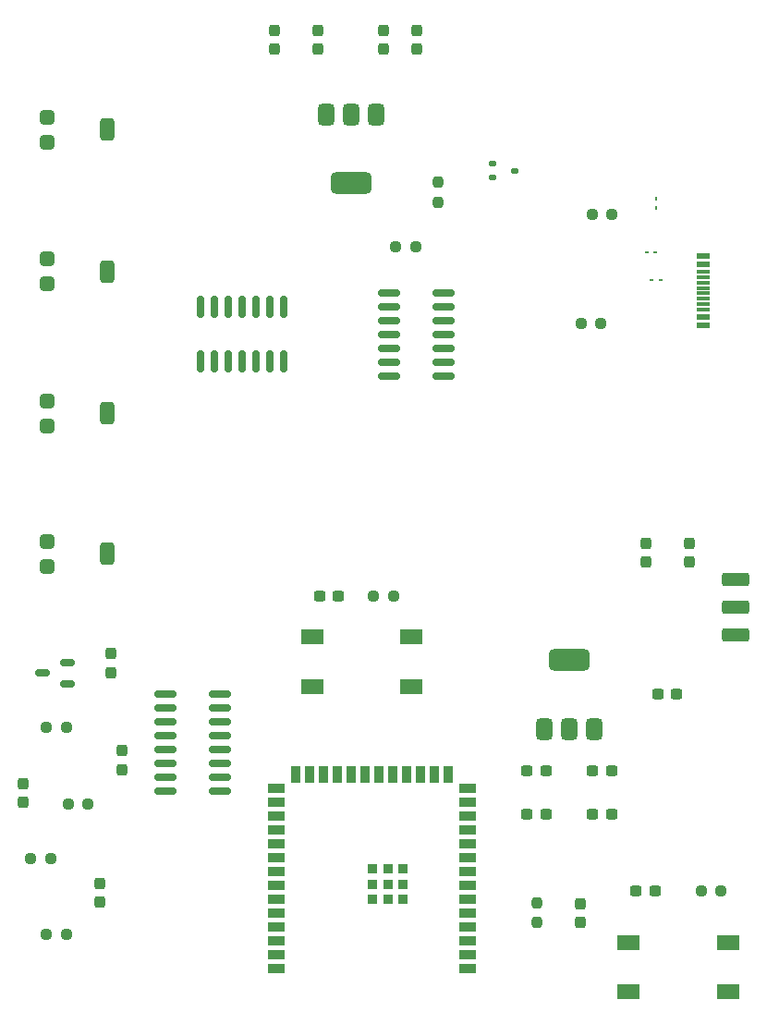
<source format=gbr>
%TF.GenerationSoftware,KiCad,Pcbnew,8.0.6*%
%TF.CreationDate,2024-11-14T02:25:25-08:00*%
%TF.ProjectId,project1,70726f6a-6563-4743-912e-6b696361645f,REV1*%
%TF.SameCoordinates,Original*%
%TF.FileFunction,Paste,Top*%
%TF.FilePolarity,Positive*%
%FSLAX46Y46*%
G04 Gerber Fmt 4.6, Leading zero omitted, Abs format (unit mm)*
G04 Created by KiCad (PCBNEW 8.0.6) date 2024-11-14 02:25:25*
%MOMM*%
%LPD*%
G01*
G04 APERTURE LIST*
G04 Aperture macros list*
%AMRoundRect*
0 Rectangle with rounded corners*
0 $1 Rounding radius*
0 $2 $3 $4 $5 $6 $7 $8 $9 X,Y pos of 4 corners*
0 Add a 4 corners polygon primitive as box body*
4,1,4,$2,$3,$4,$5,$6,$7,$8,$9,$2,$3,0*
0 Add four circle primitives for the rounded corners*
1,1,$1+$1,$2,$3*
1,1,$1+$1,$4,$5*
1,1,$1+$1,$6,$7*
1,1,$1+$1,$8,$9*
0 Add four rect primitives between the rounded corners*
20,1,$1+$1,$2,$3,$4,$5,0*
20,1,$1+$1,$4,$5,$6,$7,0*
20,1,$1+$1,$6,$7,$8,$9,0*
20,1,$1+$1,$8,$9,$2,$3,0*%
G04 Aperture macros list end*
%ADD10RoundRect,0.375000X0.375000X-0.625000X0.375000X0.625000X-0.375000X0.625000X-0.375000X-0.625000X0*%
%ADD11RoundRect,0.500000X1.400000X-0.500000X1.400000X0.500000X-1.400000X0.500000X-1.400000X-0.500000X0*%
%ADD12RoundRect,0.375000X-0.375000X0.625000X-0.375000X-0.625000X0.375000X-0.625000X0.375000X0.625000X0*%
%ADD13RoundRect,0.500000X-1.400000X0.500000X-1.400000X-0.500000X1.400000X-0.500000X1.400000X0.500000X0*%
%ADD14RoundRect,0.150000X-0.825000X-0.150000X0.825000X-0.150000X0.825000X0.150000X-0.825000X0.150000X0*%
%ADD15RoundRect,0.237500X0.237500X-0.250000X0.237500X0.250000X-0.237500X0.250000X-0.237500X-0.250000X0*%
%ADD16RoundRect,0.237500X-0.250000X-0.237500X0.250000X-0.237500X0.250000X0.237500X-0.250000X0.237500X0*%
%ADD17RoundRect,0.237500X0.250000X0.237500X-0.250000X0.237500X-0.250000X-0.237500X0.250000X-0.237500X0*%
%ADD18RoundRect,0.237500X0.300000X0.237500X-0.300000X0.237500X-0.300000X-0.237500X0.300000X-0.237500X0*%
%ADD19RoundRect,0.237500X-0.300000X-0.237500X0.300000X-0.237500X0.300000X0.237500X-0.300000X0.237500X0*%
%ADD20RoundRect,0.237500X0.237500X-0.300000X0.237500X0.300000X-0.237500X0.300000X-0.237500X-0.300000X0*%
%ADD21RoundRect,0.237500X-0.237500X0.300000X-0.237500X-0.300000X0.237500X-0.300000X0.237500X0.300000X0*%
%ADD22R,2.100000X1.400000*%
%ADD23RoundRect,0.250000X0.400000X-0.400000X0.400000X0.400000X-0.400000X0.400000X-0.400000X-0.400000X0*%
%ADD24RoundRect,0.250000X0.400000X-0.750000X0.400000X0.750000X-0.400000X0.750000X-0.400000X-0.750000X0*%
%ADD25R,1.240000X0.600000*%
%ADD26R,1.240000X0.300000*%
%ADD27RoundRect,0.150000X0.512500X0.150000X-0.512500X0.150000X-0.512500X-0.150000X0.512500X-0.150000X0*%
%ADD28R,1.500000X0.900000*%
%ADD29R,0.900000X1.500000*%
%ADD30R,0.900000X0.900000*%
%ADD31RoundRect,0.250000X1.000000X-0.375000X1.000000X0.375000X-1.000000X0.375000X-1.000000X-0.375000X0*%
%ADD32RoundRect,0.062500X-0.062500X0.117500X-0.062500X-0.117500X0.062500X-0.117500X0.062500X0.117500X0*%
%ADD33RoundRect,0.112500X-0.237500X0.112500X-0.237500X-0.112500X0.237500X-0.112500X0.237500X0.112500X0*%
%ADD34RoundRect,0.150000X-0.150000X0.825000X-0.150000X-0.825000X0.150000X-0.825000X0.150000X0.825000X0*%
%ADD35RoundRect,0.062500X-0.117500X-0.062500X0.117500X-0.062500X0.117500X0.062500X-0.117500X0.062500X0*%
%ADD36RoundRect,0.150000X-0.850000X-0.150000X0.850000X-0.150000X0.850000X0.150000X-0.850000X0.150000X0*%
G04 APERTURE END LIST*
D10*
%TO.C,U6*%
X103700000Y-130150000D03*
X106000000Y-130150000D03*
D11*
X106000000Y-123850000D03*
D10*
X108300000Y-130150000D03*
%TD*%
D12*
%TO.C,U3*%
X88300000Y-73850000D03*
X86000000Y-73850000D03*
D13*
X86000000Y-80150000D03*
D12*
X83700000Y-73850000D03*
%TD*%
D14*
%TO.C,U2*%
X94475000Y-90190000D03*
X94475000Y-91460000D03*
X94475000Y-92730000D03*
X94475000Y-94000000D03*
X94475000Y-95270000D03*
X94475000Y-96540000D03*
X94475000Y-97810000D03*
X89525000Y-97810000D03*
X89525000Y-96540000D03*
X89525000Y-95270000D03*
X89525000Y-94000000D03*
X89525000Y-92730000D03*
X89525000Y-91460000D03*
X89525000Y-90190000D03*
%TD*%
D15*
%TO.C,R15*%
X103000000Y-147912500D03*
X103000000Y-146087500D03*
%TD*%
D16*
%TO.C,R14*%
X118087500Y-145000000D03*
X119912500Y-145000000D03*
%TD*%
%TO.C,R13*%
X88087500Y-118000000D03*
X89912500Y-118000000D03*
%TD*%
%TO.C,R12*%
X108912500Y-93000000D03*
X107087500Y-93000000D03*
%TD*%
D17*
%TO.C,R7*%
X59912500Y-149000000D03*
X58087500Y-149000000D03*
%TD*%
%TO.C,R6*%
X58500000Y-142000000D03*
X56675000Y-142000000D03*
%TD*%
D16*
%TO.C,R5*%
X60087500Y-137000000D03*
X61912500Y-137000000D03*
%TD*%
D17*
%TO.C,R4*%
X59912500Y-130000000D03*
X58087500Y-130000000D03*
%TD*%
D15*
%TO.C,R3*%
X94000000Y-81912500D03*
X94000000Y-80087500D03*
%TD*%
D16*
%TO.C,R2*%
X109912500Y-83000000D03*
X108087500Y-83000000D03*
%TD*%
%TO.C,R1*%
X90087500Y-86000000D03*
X91912500Y-86000000D03*
%TD*%
D18*
%TO.C,C18*%
X103862500Y-138000000D03*
X102137500Y-138000000D03*
%TD*%
%TO.C,C17*%
X103862500Y-134000000D03*
X102137500Y-134000000D03*
%TD*%
D19*
%TO.C,C16*%
X108137500Y-134000000D03*
X109862500Y-134000000D03*
%TD*%
%TO.C,C15*%
X108137500Y-138000000D03*
X109862500Y-138000000D03*
%TD*%
D20*
%TO.C,C14*%
X117000000Y-114862500D03*
X117000000Y-113137500D03*
%TD*%
%TO.C,C13*%
X113000000Y-114862500D03*
X113000000Y-113137500D03*
%TD*%
%TO.C,C12*%
X107000000Y-147862500D03*
X107000000Y-146137500D03*
%TD*%
D19*
%TO.C,C11*%
X112137500Y-145000000D03*
X113862500Y-145000000D03*
%TD*%
%TO.C,C10*%
X83137500Y-118000000D03*
X84862500Y-118000000D03*
%TD*%
%TO.C,C9*%
X115862500Y-127000000D03*
X114137500Y-127000000D03*
%TD*%
D20*
%TO.C,C8*%
X92000000Y-67862500D03*
X92000000Y-66137500D03*
%TD*%
%TO.C,C7*%
X89000000Y-67862500D03*
X89000000Y-66137500D03*
%TD*%
%TO.C,C6*%
X83000000Y-67862500D03*
X83000000Y-66137500D03*
%TD*%
%TO.C,C5*%
X79000000Y-67862500D03*
X79000000Y-66137500D03*
%TD*%
%TO.C,C4*%
X63000000Y-146000000D03*
X63000000Y-144275000D03*
%TD*%
%TO.C,C3*%
X65000000Y-133862500D03*
X65000000Y-132137500D03*
%TD*%
%TO.C,C2*%
X56000000Y-136862500D03*
X56000000Y-135137500D03*
%TD*%
D21*
%TO.C,C1*%
X64000000Y-123275000D03*
X64000000Y-125000000D03*
%TD*%
D22*
%TO.C,S2*%
X111450000Y-149750000D03*
X111450000Y-154250000D03*
X120550000Y-149750000D03*
X120550000Y-154250000D03*
%TD*%
D23*
%TO.C,RV1*%
X58150000Y-76400000D03*
D24*
X63650000Y-75250000D03*
D23*
X58150000Y-74100000D03*
%TD*%
D25*
%TO.C,J8*%
X118275000Y-93200000D03*
X118275000Y-92400000D03*
D26*
X118275000Y-91250000D03*
X118275000Y-90250000D03*
X118275000Y-89750000D03*
X118275000Y-88750000D03*
D25*
X118275000Y-87600000D03*
X118275000Y-86800000D03*
X118275000Y-86800000D03*
X118275000Y-87600000D03*
D26*
X118275000Y-88250000D03*
X118275000Y-89250000D03*
X118275000Y-90750000D03*
X118275000Y-91750000D03*
D25*
X118275000Y-92400000D03*
X118275000Y-93200000D03*
%TD*%
D23*
%TO.C,RV4*%
X58150000Y-115250000D03*
D24*
X63650000Y-114100000D03*
D23*
X58150000Y-112950000D03*
%TD*%
D27*
%TO.C,Q2*%
X60000000Y-126000000D03*
X60000000Y-124100000D03*
X57725000Y-125050000D03*
%TD*%
D28*
%TO.C,U5*%
X96650000Y-152115000D03*
X96650000Y-150845000D03*
X96650000Y-149575000D03*
X96650000Y-148305000D03*
X96650000Y-147035000D03*
X96650000Y-145765000D03*
X96650000Y-144495000D03*
X96650000Y-143225000D03*
X96650000Y-141955000D03*
X96650000Y-140685000D03*
X96650000Y-139415000D03*
X96650000Y-138145000D03*
X96650000Y-136875000D03*
X96650000Y-135605000D03*
D29*
X94885000Y-134355000D03*
X93615000Y-134355000D03*
X92345000Y-134355000D03*
X91075000Y-134355000D03*
X89805000Y-134355000D03*
X88535000Y-134355000D03*
X87265000Y-134355000D03*
X85995000Y-134355000D03*
X84725000Y-134355000D03*
X83455000Y-134355000D03*
X82185000Y-134355000D03*
X80915000Y-134355000D03*
D28*
X79150000Y-135605000D03*
X79150000Y-136875000D03*
X79150000Y-138145000D03*
X79150000Y-139415000D03*
X79150000Y-140685000D03*
X79150000Y-141955000D03*
X79150000Y-143225000D03*
X79150000Y-144495000D03*
X79150000Y-145765000D03*
X79150000Y-147035000D03*
X79150000Y-148305000D03*
X79150000Y-149575000D03*
X79150000Y-150845000D03*
X79150000Y-152115000D03*
D30*
X90800000Y-145795000D03*
X90800000Y-144395000D03*
X90800000Y-142995000D03*
X90800000Y-142995000D03*
X89400000Y-145795000D03*
X89400000Y-145795000D03*
X89400000Y-144395000D03*
X89400000Y-142995000D03*
X88000000Y-145795000D03*
X88000000Y-144395000D03*
X88000000Y-142995000D03*
%TD*%
D23*
%TO.C,RV2*%
X58150000Y-89400000D03*
D24*
X63650000Y-88250000D03*
D23*
X58150000Y-87100000D03*
%TD*%
D31*
%TO.C,SW1*%
X121250000Y-116500000D03*
X121250000Y-119000000D03*
X121250000Y-121500000D03*
%TD*%
D32*
%TO.C,D2*%
X114000000Y-81580000D03*
X114000000Y-82420000D03*
%TD*%
D33*
%TO.C,Q1*%
X99000000Y-78350000D03*
X99000000Y-79650000D03*
X101000000Y-79000000D03*
%TD*%
D34*
%TO.C,U4*%
X79810000Y-91525000D03*
X78540000Y-91525000D03*
X77270000Y-91525000D03*
X76000000Y-91525000D03*
X74730000Y-91525000D03*
X73460000Y-91525000D03*
X72190000Y-91525000D03*
X72190000Y-96475000D03*
X73460000Y-96475000D03*
X74730000Y-96475000D03*
X76000000Y-96475000D03*
X77270000Y-96475000D03*
X78540000Y-96475000D03*
X79810000Y-96475000D03*
%TD*%
D35*
%TO.C,D4*%
X113580000Y-89000000D03*
X114420000Y-89000000D03*
%TD*%
D36*
%TO.C,U1*%
X69000000Y-126920000D03*
X69000000Y-128190000D03*
X69000000Y-129460000D03*
X69000000Y-130730000D03*
X69000000Y-132000000D03*
X69000000Y-133270000D03*
X69000000Y-134540000D03*
X69000000Y-135810000D03*
X74000000Y-135810000D03*
X74000000Y-134540000D03*
X74000000Y-133270000D03*
X74000000Y-132000000D03*
X74000000Y-130730000D03*
X74000000Y-129460000D03*
X74000000Y-128190000D03*
X74000000Y-126920000D03*
%TD*%
D22*
%TO.C,S1*%
X82450000Y-121750000D03*
X82450000Y-126250000D03*
X91550000Y-121750000D03*
X91550000Y-126250000D03*
%TD*%
D23*
%TO.C,RV3*%
X58150000Y-102400000D03*
D24*
X63650000Y-101250000D03*
D23*
X58150000Y-100100000D03*
%TD*%
D35*
%TO.C,D3*%
X113080000Y-86500000D03*
X113920000Y-86500000D03*
%TD*%
M02*

</source>
